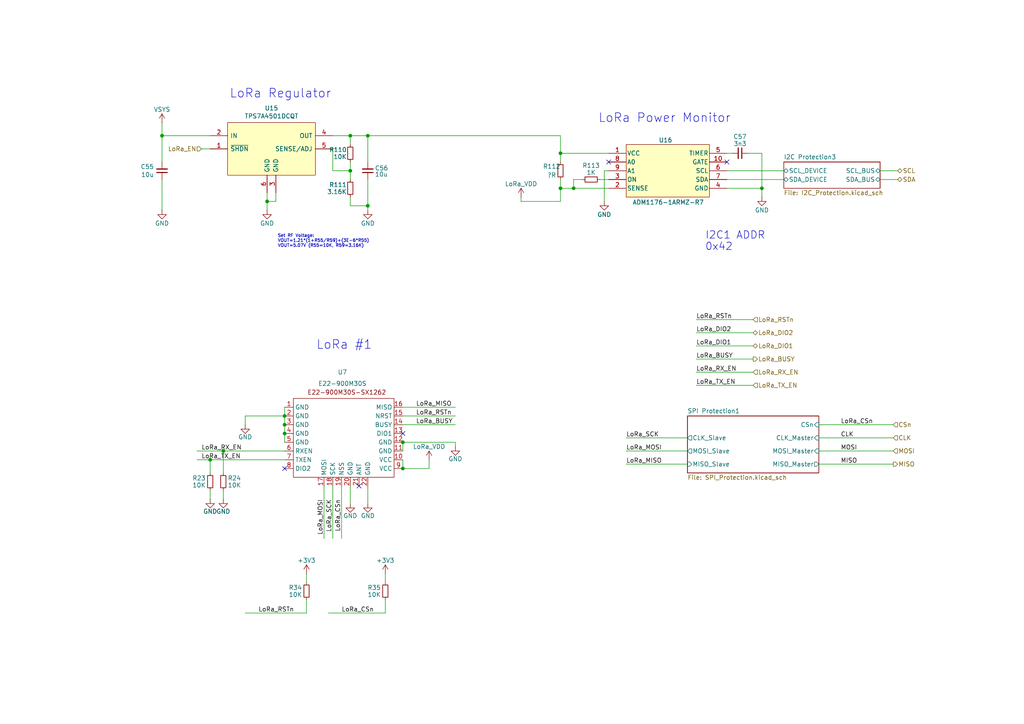
<source format=kicad_sch>
(kicad_sch (version 20231120) (generator "eeschema") (generator_version "8.0")
  (paper "A4")
  (lib_symbols
    (symbol "Argus-IC:ADM1176-1ARMZ-R7" (pin_names (offset 0.254))
      (property "Reference" "U9" (at 0 8.89 0))
      (property "Value" "ADM1176-1ARMZ-R7" (at 0.762 -9.144 0))
      (symbol "ADM1176-1ARMZ-R7_1_0"
        (pin unspecified line (at -16.51 5.08 0) (length 5.08) (name "VCC") (number "1"))
        (pin unspecified line (at 17.78 2.54 180) (length 5.08) (name "GATE") (number "10"))
        (pin unspecified line (at -16.51 -5.08 0) (length 5.08) (name "SENSE") (number "2"))
        (pin unspecified line (at -16.51 -2.54 0) (length 5.08) (name "ON") (number "3"))
        (pin unspecified line (at 17.78 -5.08 180) (length 5.08) (name "GND") (number "4"))
        (pin unspecified line (at 17.78 5.08 180) (length 5.08) (name "TIMER") (number "5"))
        (pin unspecified line (at 17.78 0 180) (length 5.08) (name "SCL") (number "6"))
        (pin unspecified line (at 17.78 -2.54 180) (length 5.08) (name "SDA") (number "7"))
        (pin unspecified line (at -16.51 2.54 0) (length 5.08) (name "A0") (number "8"))
        (pin unspecified line (at -16.51 0 0) (length 5.08) (name "A1") (number "9"))
      )
      (symbol "ADM1176-1ARMZ-R7_1_1"
        (rectangle (start -11.43 7.62) (end 12.7 -7.62) (fill (type background)))
      )
    )
    (symbol "Argus-IC:TPS7A4501DCQT" (pin_names (offset 0.762))
      (property "Reference" "U6" (at 0 11.811 0))
      (property "Value" "TPS7A4501DCQT" (at 0 9.4996 0))
      (symbol "TPS7A4501DCQT_0_0"
        (pin passive line (at -17.78 0 0) (length 5.08) (name "~{SHDN}") (number "1"))
        (pin input line (at -17.78 3.81 0) (length 5.08) (name "IN") (number "2"))
        (pin output line (at 17.78 3.81 180) (length 5.08) (name "OUT") (number "4"))
        (pin passive line (at 17.78 0 180) (length 5.08) (name "SENSE/ADJ") (number "5"))
      )
      (symbol "TPS7A4501DCQT_1_0"
        (pin power_in line (at 1.27 -12.7 90) (length 5.08) (name "GND") (number "3"))
        (pin power_in line (at -1.27 -12.7 90) (length 5.08) (name "GND") (number "6"))
      )
      (symbol "TPS7A4501DCQT_1_1"
        (polyline (pts (xy -12.7 7.62) (xy 12.7 7.62) (xy 12.7 -7.62) (xy -12.7 -7.62) (xy -12.7 7.62)) (stroke (width 0.1524)) (fill (type background)))
      )
    )
    (symbol "Argus-Miscellaneous:E22-900M30S-SX1262"
      (property "Reference" "U" (at 0 0 0))
      (symbol "E22-900M30S-SX1262_0_1"
        (rectangle (start -13.97 -3.81) (end 15.24 -26.67))
      )
      (symbol "E22-900M30S-SX1262_1_1"
        (text "E22-900M30S-SX1262" (at 1.524 -2.032 0) (effects (font (size 1.27 1.27))))
        (pin passive line (at -16.51 -6.35 0) (length 2.54) (name "GND") (number "1"))
        (pin passive line (at 17.78 -21.59 180) (length 2.54) (name "VCC") (number "10"))
        (pin passive line (at 17.78 -19.05 180) (length 2.54) (name "GND") (number "11"))
        (pin passive line (at 17.78 -16.51 180) (length 2.54) (name "GND") (number "12"))
        (pin passive line (at 17.78 -13.97 180) (length 2.54) (name "DIO1") (number "13"))
        (pin passive line (at 17.78 -11.43 180) (length 2.54) (name "BUSY") (number "14"))
        (pin passive line (at 17.78 -8.89 180) (length 2.54) (name "NRST") (number "15"))
        (pin passive line (at 17.78 -6.35 180) (length 2.54) (name "MISO") (number "16"))
        (pin passive line (at -5.08 -29.21 90) (length 2.54) (name "MOSI") (number "17"))
        (pin passive line (at -2.54 -29.21 90) (length 2.54) (name "SCK") (number "18"))
        (pin passive line (at 0 -29.21 90) (length 2.54) (name "NSS") (number "19"))
        (pin passive line (at -16.51 -8.89 0) (length 2.54) (name "GND") (number "2"))
        (pin passive line (at 2.54 -29.21 90) (length 2.54) (name "GND") (number "20"))
        (pin passive line (at 5.08 -29.21 90) (length 2.54) (name "ANT") (number "21"))
        (pin passive line (at 7.62 -29.21 90) (length 2.54) (name "GND") (number "22"))
        (pin passive line (at -16.51 -11.43 0) (length 2.54) (name "GND") (number "3"))
        (pin passive line (at -16.51 -13.97 0) (length 2.54) (name "GND") (number "4"))
        (pin passive line (at -16.51 -16.51 0) (length 2.54) (name "GND") (number "5"))
        (pin passive line (at -16.51 -19.05 0) (length 2.54) (name "RXEN") (number "6"))
        (pin passive line (at -16.51 -21.59 0) (length 2.54) (name "TXEN") (number "7"))
        (pin passive line (at -16.51 -24.13 0) (length 2.54) (name "DIO2") (number "8"))
        (pin passive line (at 17.78 -24.13 180) (length 2.54) (name "VCC") (number "9"))
      )
    )
    (symbol "Device:C_Small" (pin_numbers hide) (pin_names (offset 0.254) hide)
      (property "Reference" "C" (at 0.254 1.778 0))
      (property "Value" "C_Small" (at 0.254 -2.032 0))
      (symbol "C_Small_0_1"
        (polyline (pts (xy -1.524 -0.508) (xy 1.524 -0.508)) (stroke (width 0.3302)))
        (polyline (pts (xy -1.524 0.508) (xy 1.524 0.508)) (stroke (width 0.3048)))
      )
      (symbol "C_Small_1_1"
        (pin passive line (at 0 2.54 270) (length 2.032) (name "~") (number "1"))
        (pin passive line (at 0 -2.54 90) (length 2.032) (name "~") (number "2"))
      )
    )
    (symbol "Device:R_Small" (pin_numbers hide) (pin_names (offset 0.254) hide)
      (property "Reference" "R" (at 0.762 0.508 0))
      (property "Value" "R_Small" (at 0.762 -1.016 0))
      (symbol "R_Small_0_1"
        (rectangle (start -0.762 1.778) (end 0.762 -1.778) (stroke (width 0.2032)))
      )
      (symbol "R_Small_1_1"
        (pin passive line (at 0 2.54 270) (length 0.762) (name "~") (number "1"))
        (pin passive line (at 0 -2.54 90) (length 0.762) (name "~") (number "2"))
      )
    )
    (symbol "power:+3.3V" (power) (pin_numbers hide) (pin_names (offset 0) hide)
      (property "Value" "+3.3V" (at 0 3.556 0))
      (symbol "+3.3V_0_1"
        (polyline (pts (xy -0.762 1.27) (xy 0 2.54)))
        (polyline (pts (xy 0 0) (xy 0 2.54)))
        (polyline (pts (xy 0 2.54) (xy 0.762 1.27)))
      )
      (symbol "+3.3V_1_1"
        (pin power_in line (at 0 0 90) (length 0) (name "~") (number "1"))
      )
    )
    (symbol "power:+BATT" (power) (pin_numbers hide) (pin_names (offset 0) hide)
      (property "Value" "+BATT" (at 0 3.556 0))
      (symbol "+BATT_0_1"
        (polyline (pts (xy -0.762 1.27) (xy 0 2.54)))
        (polyline (pts (xy 0 0) (xy 0 2.54)))
        (polyline (pts (xy 0 2.54) (xy 0.762 1.27)))
      )
      (symbol "+BATT_1_1"
        (pin power_in line (at 0 0 90) (length 0) (name "~") (number "1"))
      )
    )
    (symbol "power:GND" (power) (pin_numbers hide) (pin_names (offset 0) hide)
      (property "Value" "GND" (at 0 -3.81 0))
      (symbol "GND_0_1"
        (polyline (pts (xy 0 0) (xy 0 -1.27) (xy 1.27 -1.27) (xy 0 -2.54) (xy -1.27 -1.27) (xy 0 -1.27)))
      )
      (symbol "GND_1_1"
        (pin power_in line (at 0 0 270) (length 0) (name "~") (number "1"))
      )
    )
  )
  (junction (at 77.47 58.42))
  (junction (at 82.55 120.65))
  (junction (at 82.55 123.19))
  (junction (at 220.98 54.61))
  (junction (at 101.6 39.37))
  (junction (at 106.68 39.37))
  (junction (at 116.84 135.89))
  (junction (at 162.56 44.45))
  (junction (at 60.96 133.35))
  (junction (at 162.56 54.61))
  (junction (at 101.6 49.53))
  (junction (at 166.37 54.61))
  (junction (at 64.77 130.81))
  (junction (at 116.84 128.27))
  (junction (at 82.55 125.73))
  (junction (at 106.68 59.69))
  (junction (at 46.99 39.37))
  (no_connect (at 104.14 140.97))
  (no_connect (at 116.84 125.73))
  (no_connect (at 210.82 46.99))
  (no_connect (at 176.53 46.99))
  (no_connect (at 82.55 135.89))
  (wire (pts (xy 116.84 133.35) (xy 116.84 135.89)))
  (wire (pts (xy 237.49 134.62) (xy 259.08 134.62)))
  (wire (pts (xy 106.68 39.37) (xy 162.56 39.37)))
  (wire (pts (xy 227.33 49.53) (xy 210.82 49.53)))
  (wire (pts (xy 175.26 49.53) (xy 175.26 58.42)))
  (wire (pts (xy 60.96 144.78) (xy 60.96 142.24)))
  (wire (pts (xy 101.6 57.15) (xy 101.6 59.69)))
  (wire (pts (xy 82.55 120.65) (xy 71.12 120.65)))
  (wire (pts (xy 116.84 120.65) (xy 132.08 120.65)))
  (wire (pts (xy 95.25 177.8) (xy 111.76 177.8)))
  (wire (pts (xy 201.93 111.76) (xy 218.44 111.76)))
  (wire (pts (xy 176.53 52.07) (xy 173.99 52.07)))
  (wire (pts (xy 58.42 43.18) (xy 60.96 43.18)))
  (wire (pts (xy 101.6 49.53) (xy 101.6 52.07)))
  (wire (pts (xy 96.52 39.37) (xy 101.6 39.37)))
  (wire (pts (xy 181.61 127) (xy 199.39 127)))
  (wire (pts (xy 116.84 128.27) (xy 116.84 130.81)))
  (wire (pts (xy 60.96 39.37) (xy 46.99 39.37)))
  (wire (pts (xy 162.56 44.45) (xy 162.56 46.99)))
  (wire (pts (xy 116.84 135.89) (xy 124.46 135.89)))
  (wire (pts (xy 93.98 140.97) (xy 93.98 156.21)))
  (wire (pts (xy 162.56 44.45) (xy 162.56 39.37)))
  (wire (pts (xy 210.82 44.45) (xy 212.09 44.45)))
  (wire (pts (xy 162.56 54.61) (xy 166.37 54.61)))
  (wire (pts (xy 181.61 130.81) (xy 199.39 130.81)))
  (wire (pts (xy 71.12 177.8) (xy 88.9 177.8)))
  (wire (pts (xy 162.56 44.45) (xy 176.53 44.45)))
  (wire (pts (xy 82.55 125.73) (xy 82.55 128.27)))
  (wire (pts (xy 201.93 104.14) (xy 218.44 104.14)))
  (wire (pts (xy 116.84 118.11) (xy 132.08 118.11)))
  (wire (pts (xy 57.15 133.35) (xy 60.96 133.35)))
  (wire (pts (xy 220.98 44.45) (xy 220.98 54.61)))
  (wire (pts (xy 46.99 35.56) (xy 46.99 39.37)))
  (wire (pts (xy 64.77 144.78) (xy 64.77 142.24)))
  (wire (pts (xy 210.82 54.61) (xy 220.98 54.61)))
  (wire (pts (xy 71.12 120.65) (xy 71.12 123.19)))
  (wire (pts (xy 201.93 92.71) (xy 218.44 92.71)))
  (wire (pts (xy 80.01 55.88) (xy 80.01 58.42)))
  (wire (pts (xy 96.52 43.18) (xy 96.52 49.53)))
  (wire (pts (xy 227.33 52.07) (xy 210.82 52.07)))
  (wire (pts (xy 88.9 166.37) (xy 88.9 168.91)))
  (wire (pts (xy 201.93 96.52) (xy 218.44 96.52)))
  (wire (pts (xy 111.76 173.99) (xy 111.76 177.8)))
  (wire (pts (xy 220.98 44.45) (xy 217.17 44.45)))
  (wire (pts (xy 151.13 58.42) (xy 162.56 58.42)))
  (wire (pts (xy 111.76 166.37) (xy 111.76 168.91)))
  (wire (pts (xy 116.84 123.19) (xy 132.08 123.19)))
  (wire (pts (xy 82.55 123.19) (xy 82.55 125.73)))
  (wire (pts (xy 201.93 100.33) (xy 218.44 100.33)))
  (wire (pts (xy 101.6 39.37) (xy 106.68 39.37)))
  (wire (pts (xy 237.49 127) (xy 259.08 127)))
  (wire (pts (xy 116.84 128.27) (xy 132.08 128.27)))
  (wire (pts (xy 201.93 107.95) (xy 218.44 107.95)))
  (wire (pts (xy 99.06 140.97) (xy 99.06 156.21)))
  (wire (pts (xy 82.55 118.11) (xy 82.55 120.65)))
  (wire (pts (xy 46.99 52.07) (xy 46.99 60.96)))
  (wire (pts (xy 220.98 54.61) (xy 220.98 57.15)))
  (wire (pts (xy 151.13 58.42) (xy 151.13 57.15)))
  (wire (pts (xy 46.99 46.99) (xy 46.99 39.37)))
  (wire (pts (xy 60.96 133.35) (xy 82.55 133.35)))
  (wire (pts (xy 166.37 52.07) (xy 166.37 54.61)))
  (wire (pts (xy 106.68 140.97) (xy 106.68 146.05)))
  (wire (pts (xy 255.27 52.07) (xy 260.35 52.07)))
  (wire (pts (xy 88.9 173.99) (xy 88.9 177.8)))
  (wire (pts (xy 77.47 58.42) (xy 77.47 55.88)))
  (wire (pts (xy 106.68 52.07) (xy 106.68 59.69)))
  (wire (pts (xy 176.53 49.53) (xy 175.26 49.53)))
  (wire (pts (xy 106.68 59.69) (xy 101.6 59.69)))
  (wire (pts (xy 162.56 52.07) (xy 162.56 54.61)))
  (wire (pts (xy 60.96 133.35) (xy 60.96 137.16)))
  (wire (pts (xy 64.77 130.81) (xy 82.55 130.81)))
  (wire (pts (xy 101.6 39.37) (xy 101.6 41.91)))
  (wire (pts (xy 255.27 49.53) (xy 260.35 49.53)))
  (wire (pts (xy 96.52 140.97) (xy 96.52 156.21)))
  (wire (pts (xy 101.6 49.53) (xy 96.52 49.53)))
  (wire (pts (xy 181.61 134.62) (xy 199.39 134.62)))
  (wire (pts (xy 57.15 130.81) (xy 64.77 130.81)))
  (wire (pts (xy 101.6 46.99) (xy 101.6 49.53)))
  (wire (pts (xy 237.49 130.81) (xy 259.08 130.81)))
  (wire (pts (xy 82.55 120.65) (xy 82.55 123.19)))
  (wire (pts (xy 162.56 54.61) (xy 162.56 58.42)))
  (wire (pts (xy 106.68 60.96) (xy 106.68 59.69)))
  (wire (pts (xy 64.77 130.81) (xy 64.77 137.16)))
  (wire (pts (xy 237.49 123.19) (xy 259.08 123.19)))
  (wire (pts (xy 132.08 128.27) (xy 132.08 129.54)))
  (wire (pts (xy 77.47 60.96) (xy 77.47 58.42)))
  (wire (pts (xy 166.37 54.61) (xy 176.53 54.61)))
  (wire (pts (xy 168.91 52.07) (xy 166.37 52.07)))
  (wire (pts (xy 101.6 140.97) (xy 101.6 146.05)))
  (wire (pts (xy 80.01 58.42) (xy 77.47 58.42)))
  (wire (pts (xy 106.68 46.99) (xy 106.68 39.37)))
  (wire (pts (xy 124.46 133.35) (xy 124.46 135.89)))
  (text "I2C1 ADDR" (at 221.996 69.596 0) (effects (font (size 2.159 2.159)) (justify right bottom)))
  (text "LoRa Power Monitor" (at 173.482 35.814 0) (effects (font (size 2.54 2.54)) (justify left bottom)))
  (text "LoRa #1" (at 91.694 101.6 0) (effects (font (size 2.54 2.54)) (justify left bottom)))
  (text "0x42" (at 212.598 72.898 0) (effects (font (size 2.159 2.159)) (justify right bottom)))
  (text "Set RF Voltage:\nVOUT=1.21*(1+R55/R59)+(3E-6*R55)\nVOUT=5.07V (R55=10K, R59=3.16K)\n" (at 80.518 71.882 0) (effects (font (size 0.889 0.889)) (justify left bottom)))
  (text "LoRa Regulator" (at 66.548 28.702 0) (effects (font (size 2.54 2.54)) (justify left bottom)))
  (label "LoRa_RSTn" (at 74.93 177.8 0))
  (label "LoRa_MOSI" (at 93.98 144.78 270))
  (label "LoRa_SCK" (at 181.61 127 0))
  (label "LoRa_TX_EN" (at 58.42 133.35 0))
  (label "LoRa_CSn" (at 99.06 177.8 0))
  (label "MISO" (at 243.84 134.62 0))
  (label "LoRa_CSn" (at 243.84 123.19 0))
  (label "LoRa_MISO" (at 120.65 118.11 0))
  (label "LoRa_DIO2" (at 201.93 96.52 0))
  (label "LoRa_MOSI" (at 181.61 130.81 0))
  (label "LoRa_RX_EN" (at 201.93 107.95 0))
  (label "LoRa_SCK" (at 96.52 144.78 270))
  (label "LoRa_DIO1" (at 201.93 100.33 0))
  (label "LoRa_CSn" (at 99.06 144.78 270))
  (label "LoRa_RSTn" (at 201.93 92.71 0))
  (label "LoRa_BUSY" (at 120.65 123.19 0))
  (label "LoRa_TX_EN" (at 201.93 111.76 0))
  (label "LoRa_RX_EN" (at 58.42 130.81 0))
  (label "LoRa_BUSY" (at 201.93 104.14 0))
  (label "MOSI" (at 243.84 130.81 0))
  (label "LoRa_MISO" (at 181.61 134.62 0))
  (label "LoRa_RSTn" (at 120.65 120.65 0))
  (label "CLK" (at 243.84 127 0))
  (hierarchical_label "LoRa_DIO2" (shape bidirectional) (at 218.44 96.52 0))
  (hierarchical_label "SDA" (shape bidirectional) (at 260.35 52.07 0))
  (hierarchical_label "LoRa_RSTn" (shape input) (at 218.44 92.71 0))
  (hierarchical_label "LoRa_RX_EN" (shape input) (at 218.44 107.95 0))
  (hierarchical_label "LoRa_EN" (shape input) (at 58.42 43.18 180))
  (hierarchical_label "SCL" (shape bidirectional) (at 260.35 49.53 0))
  (hierarchical_label "MOSI" (shape input) (at 259.08 130.81 0))
  (hierarchical_label "CLK" (shape input) (at 259.08 127 0))
  (hierarchical_label "LoRa_BUSY" (shape output) (at 218.44 104.14 0))
  (hierarchical_label "LoRa_DIO1" (shape bidirectional) (at 218.44 100.33 0))
  (hierarchical_label "CSn" (shape input) (at 259.08 123.19 0))
  (hierarchical_label "MISO" (shape output) (at 259.08 134.62 0))
  (hierarchical_label "LoRa_TX_EN" (shape input) (at 218.44 111.76 0))
  (symbol (lib_id "power:GND") (at 77.47 60.96 0) (unit 1)
    (property "Reference" "#PWR0134" (effects (hide yes)))
    (property "Value" "GND" (at 77.47 64.77 0))
    (property "Description" "Power symbol creates a global label with name \"GND\" , ground" (effects (hide yes)))
  )
  (symbol (lib_id "power:+3.3V") (at 88.9 166.37 0) (unit 1)
    (property "Reference" "#SUPPLY012" (effects (hide yes)))
    (property "Value" "+3V3" (at 88.9 162.56 0))
    (property "Description" "Power symbol creates a global label with name \"+3.3V\"" (effects (hide yes)))
  )
  (symbol (lib_id "Device:C_Small") (at 106.68 49.53 0) (mirror x) (unit 1)
    (property "Reference" "C56" (at 108.712 48.768 0) (effects (justify left)))
    (property "Value" "10u" (at 108.712 50.546 0) (effects (justify left)))
    (property "Footprint" "Capacitor_SMD:C_0603_1608Metric" (effects (hide yes)))
    (property "Description" "10uF +-20% 10V X5R" (effects (hide yes)))
  )
  (symbol (lib_id "Device:R_Small") (at 101.6 54.61 0) (unit 1)
    (property "Reference" "R111" (at 100.584 53.594 0) (effects (justify right)))
    (property "Value" "3.16K" (at 100.584 55.626 0) (effects (justify right)))
    (property "Footprint" "Resistor_SMD:R_0603_1608Metric" (effects (hide yes)))
    (property "Description" "Resistor, small symbol" (effects (hide yes)))
  )
  (symbol (lib_id "power:+3.3V") (at 124.46 133.35 0) (unit 1)
    (property "Reference" "#SUPPLY02" (effects (hide yes)))
    (property "Value" "LoRa_VDD" (at 124.46 129.54 0))
    (property "Description" "Power symbol creates a global label with name \"+3.3V\"" (effects (hide yes)))
  )
  (symbol (lib_id "power:GND") (at 71.12 123.19 0) (unit 1)
    (property "Reference" "#PWR047" (effects (hide yes)))
    (property "Value" "GND" (at 71.12 126.746 0))
    (property "Description" "Power symbol creates a global label with name \"GND\" , ground" (effects (hide yes)))
  )
  (symbol (lib_id "Argus-Miscellaneous:E22-900M30S-SX1262") (at 99.06 111.76 0) (unit 1)
    (property "Reference" "U7" (at 99.314 107.95 0))
    (property "Value" "E22-900M30S" (at 99.314 111.252 0))
    (property "Footprint" "Argus-Miscellaneous:E22-900M30S-SX1262" (effects (hide yes)))
    (property "Flight" "RFM98PW" (effects (hide yes)))
    (property "Manufacturer_Name" "HopeRF" (effects (hide yes)))
    (property "Manufacturer_Part_Number" "RFM98PW" (effects (hide yes)))
    (property "Proto" "RFM98PW" (effects (hide yes)))
  )
  (symbol (lib_id "Device:R_Small") (at 88.9 171.45 0) (unit 1)
    (property "Reference" "R34" (at 87.63 170.434 0) (effects (justify right)))
    (property "Value" "10K" (at 87.63 172.466 0) (effects (justify right)))
    (property "Footprint" "Resistor_SMD:R_0603_1608Metric" (effects (hide yes)))
    (property "Description" "Resistor, small symbol" (effects (hide yes)))
  )
  (symbol (lib_id "Device:R_Small") (at 101.6 44.45 0) (unit 1)
    (property "Reference" "R110" (at 100.584 43.434 0) (effects (justify right)))
    (property "Value" "10K" (at 100.584 45.466 0) (effects (justify right)))
    (property "Footprint" "Resistor_SMD:R_0603_1608Metric" (effects (hide yes)))
    (property "Description" "Resistor, small symbol" (effects (hide yes)))
  )
  (symbol (lib_id "power:GND") (at 106.68 146.05 0) (unit 1)
    (property "Reference" "#PWR054" (effects (hide yes)))
    (property "Value" "GND" (at 106.68 149.606 0))
    (property "Description" "Power symbol creates a global label with name \"GND\" , ground" (effects (hide yes)))
  )
  (symbol (lib_id "power:+3.3V") (at 111.76 166.37 0) (unit 1)
    (property "Reference" "#SUPPLY015" (effects (hide yes)))
    (property "Value" "+3V3" (at 111.76 162.56 0))
    (property "Description" "Power symbol creates a global label with name \"+3.3V\"" (effects (hide yes)))
  )
  (symbol (lib_id "Device:R_Small") (at 162.56 49.53 0) (mirror x) (unit 1)
    (property "Reference" "R112" (at 160.02 48.26 0))
    (property "Value" "?R" (at 160.02 50.8 0))
    (property "Footprint" "Resistor_SMD:R_2512_6332Metric" (effects (hide yes)))
    (property "Description" "Resistor, small symbol" (effects (hide yes)))
  )
  (symbol (lib_id "power:GND") (at 106.68 60.96 0) (unit 1)
    (property "Reference" "#PWR0135" (effects (hide yes)))
    (property "Value" "GND" (at 106.68 64.77 0))
    (property "Description" "Power symbol creates a global label with name \"GND\" , ground" (effects (hide yes)))
  )
  (symbol (lib_id "Device:R_Small") (at 171.45 52.07 90) (mirror x) (unit 1)
    (property "Reference" "R113" (at 171.45 48.006 90))
    (property "Value" "1K" (at 171.45 50.038 90))
    (property "Footprint" "Resistor_SMD:R_0603_1608Metric" (effects (hide yes)))
    (property "Description" "Resistor, small symbol" (effects (hide yes)))
  )
  (symbol (lib_id "Device:C_Small") (at 214.63 44.45 270) (unit 1)
    (property "Reference" "C57" (at 214.63 39.624 90))
    (property "Value" "3n3" (at 214.63 41.6814 90))
    (property "Footprint" "Capacitor_SMD:C_0603_1608Metric" (effects (hide yes)))
    (property "Description" "3.3nF +-10% 100V X7R 0603" (effects (hide yes)))
  )
  (symbol (lib_id "power:+BATT") (at 46.99 35.56 0) (unit 1)
    (property "Reference" "#PWR0132" (effects (hide yes)))
    (property "Value" "VSYS" (at 46.99 31.75 0))
    (property "Description" "Power symbol creates a global label with name \"+BATT\"" (effects (hide yes)))
  )
  (symbol (lib_id "power:GND") (at 64.77 144.78 0) (unit 1)
    (property "Reference" "#PWR051" (effects (hide yes)))
    (property "Value" "GND" (at 64.77 148.336 0))
    (property "Description" "Power symbol creates a global label with name \"GND\" , ground" (effects (hide yes)))
  )
  (symbol (lib_id "Device:R_Small") (at 111.76 171.45 0) (unit 1)
    (property "Reference" "R35" (at 110.49 170.434 0) (effects (justify right)))
    (property "Value" "10K" (at 110.49 172.466 0) (effects (justify right)))
    (property "Footprint" "Resistor_SMD:R_0603_1608Metric" (effects (hide yes)))
    (property "Description" "Resistor, small symbol" (effects (hide yes)))
  )
  (symbol (lib_id "Device:C_Small") (at 46.99 49.53 180) (unit 1)
    (property "Reference" "C55" (at 44.6786 48.3616 0) (effects (justify left)))
    (property "Value" "10u" (at 44.6786 50.673 0) (effects (justify left)))
    (property "Footprint" "Capacitor_SMD:C_0603_1608Metric" (effects (hide yes)))
    (property "Description" "10uF +-20% 10V X5R" (effects (hide yes)))
  )
  (symbol (lib_id "power:GND") (at 46.99 60.96 0) (unit 1)
    (property "Reference" "#PWR0133" (effects (hide yes)))
    (property "Value" "GND" (at 46.99 64.77 0))
    (property "Description" "Power symbol creates a global label with name \"GND\" , ground" (effects (hide yes)))
  )
  (symbol (lib_id "power:GND") (at 220.98 57.15 0) (unit 1)
    (property "Reference" "#PWR0137" (effects (hide yes)))
    (property "Value" "GND" (at 220.98 60.96 0))
    (property "Description" "Power symbol creates a global label with name \"GND\" , ground" (effects (hide yes)))
  )
  (symbol (lib_id "power:+BATT") (at 151.13 57.15 0) (unit 1)
    (property "Reference" "#PWR0136" (effects (hide yes)))
    (property "Value" "LoRa_VDD" (at 151.13 53.34 0))
    (property "Description" "Power symbol creates a global label with name \"+BATT\"" (effects (hide yes)))
  )
  (symbol (lib_id "power:GND") (at 132.08 129.54 0) (unit 1)
    (property "Reference" "#PWR052" (effects (hide yes)))
    (property "Value" "GND" (at 132.08 133.096 0))
    (property "Description" "Power symbol creates a global label with name \"GND\" , ground" (effects (hide yes)))
  )
  (symbol (lib_id "power:GND") (at 175.26 58.42 0) (unit 1)
    (property "Reference" "#PWR0154" (effects (hide yes)))
    (property "Value" "GND" (at 175.26 62.23 0))
    (property "Description" "Power symbol creates a global label with name \"GND\" , ground" (effects (hide yes)))
  )
  (symbol (lib_id "power:GND") (at 60.96 144.78 0) (unit 1)
    (property "Reference" "#PWR050" (effects (hide yes)))
    (property "Value" "GND" (at 60.96 148.336 0))
    (property "Description" "Power symbol creates a global label with name \"GND\" , ground" (effects (hide yes)))
  )
  (symbol (lib_id "Device:R_Small") (at 60.96 139.7 0) (unit 1)
    (property "Reference" "R23" (at 59.69 138.684 0) (effects (justify right)))
    (property "Value" "10K" (at 59.69 140.716 0) (effects (justify right)))
    (property "Footprint" "Resistor_SMD:R_0603_1608Metric" (effects (hide yes)))
    (property "Description" "Resistor, small symbol" (effects (hide yes)))
  )
  (symbol (lib_id "Device:R_Small") (at 64.77 139.7 0) (mirror y) (unit 1)
    (property "Reference" "R24" (at 66.04 138.684 0) (effects (justify right)))
    (property "Value" "10K" (at 66.04 140.716 0) (effects (justify right)))
    (property "Footprint" "Resistor_SMD:R_0603_1608Metric" (effects (hide yes)))
    (property "Description" "Resistor, small symbol" (effects (hide yes)))
  )
  (symbol (lib_id "power:GND") (at 101.6 146.05 0) (unit 1)
    (property "Reference" "#PWR053" (effects (hide yes)))
    (property "Value" "GND" (at 101.6 149.606 0))
    (property "Description" "Power symbol creates a global label with name \"GND\" , ground" (effects (hide yes)))
  )
  (symbol (lib_id "Argus-IC:ADM1176-1ARMZ-R7") (at 193.04 49.53 0) (unit 1)
    (property "Reference" "U16" (at 193.04 40.64 0))
    (property "Value" "ADM1176-1ARMZ-R7" (at 193.802 58.674 0))
    (property "Footprint" "Package_SO:MSOP-10_3x3mm_P0.5mm" (effects (hide yes)))
    (property "Flight" "ADM1176-1ARMZ-R7" (effects (hide yes)))
    (property "Manufacturer_Name" "Analog Devices Inc." (effects (hide yes)))
    (property "Manufacturer_Part_Number" "ADM1176-1ARMZ-R7" (effects (hide yes)))
    (property "Proto" "ADM1176-1ARMZ-R7" (effects (hide yes)))
  )
  (symbol (lib_id "Argus-IC:TPS7A4501DCQT") (at 78.74 43.18 0) (unit 1)
    (property "Reference" "U15" (at 78.74 31.369 0))
    (property "Value" "TPS7A4501DCQT" (at 78.74 33.6804 0))
    (property "Footprint" "Package_TO_SOT_SMD:SOT-223-6" (effects (hide yes)))
    (property "Flight" "TPS7A4501DCQT" (effects (hide yes)))
    (property "Manufacturer_Name" "Texas Instruments" (effects (hide yes)))
    (property "Manufacturer_Part_Number" "TPS7A4501DCQT" (effects (hide yes)))
    (property "Proto" "TPS7A4501DCQT" (effects (hide yes)))
  )
  (sheet (at 227.33 46.99) (size 27.94 7.62) (stroke (width 0.1524))
    (property "Sheetname" "I2C Protection3" (at 227.33 46.2784 0) (effects (justify left bottom)))
    (property "Sheetfile" "I2C_Protection.kicad_sch" (at 227.33 55.1946 0) (effects (justify left top)))
    (pin "SCL_DEVICE" bidirectional (at 227.33 49.53 180))
    (pin "SDA_BUS" bidirectional (at 255.27 52.07 0))
    (pin "SDA_DEVICE" bidirectional (at 227.33 52.07 180))
    (pin "SCL_BUS" bidirectional (at 255.27 49.53 0))
  )
  (sheet (at 199.39 120.65) (size 38.1 16.51) (stroke (width 0.1524))
    (property "Sheetname" "SPI Protection1" (at 199.39 119.9384 0) (effects (justify left bottom)))
    (property "Sheetfile" "SPI_Protection.kicad_sch" (at 199.39 137.7446 0) (effects (justify left top)))
    (pin "MOSI_Slave" output (at 199.39 130.81 180))
    (pin "CLK_Slave" output (at 199.39 127 180))
    (pin "MISO_Master" output (at 237.49 134.62 0))
    (pin "MISO_Slave" input (at 199.39 134.62 180))
    (pin "CSn" input (at 237.49 123.19 0))
    (pin "MOSI_Master" input (at 237.49 130.81 0))
    (pin "CLK_Master" input (at 237.49 127 0))
  )
)
</source>
